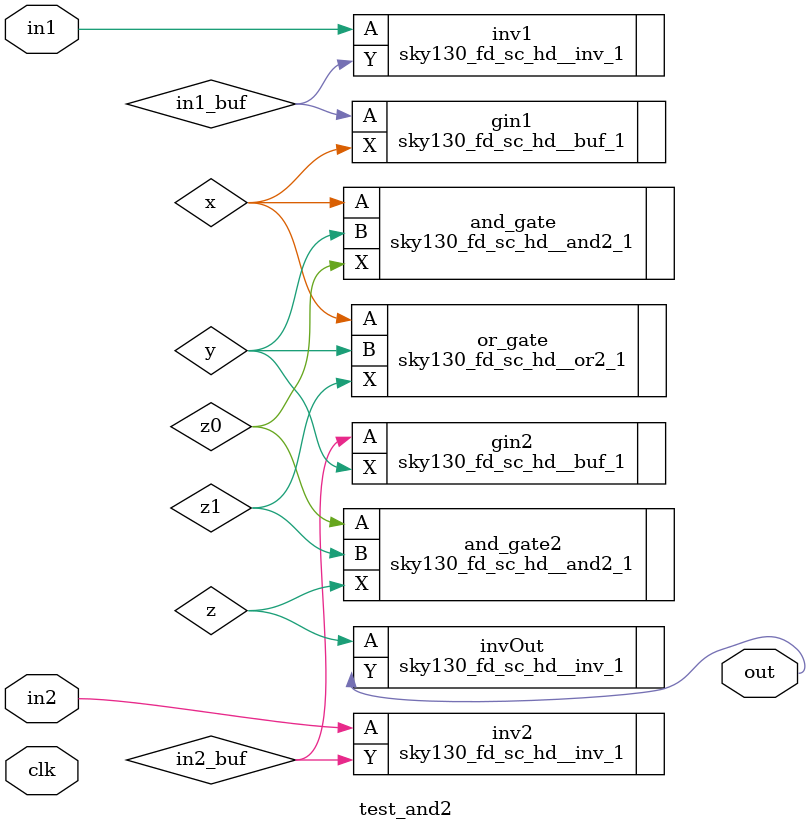
<source format=v>
module test_and2(clk, in1, in2, out);
  input  clk; // Not used but for easier verilator common flow
  input  in1;
  input  in2;
  output out;

  wire  x, y;
  wire  z0, z1;
  wire  z;
  wire  in1_buf;
  wire  in2_buf;

  sky130_fd_sc_hd__inv_1 inv1 (
    .A(in1),
    .Y(in1_buf)
  );

  sky130_fd_sc_hd__inv_1 inv2 (
    .A(in2),
    .Y(in2_buf)
  );

  sky130_fd_sc_hd__buf_1 gin1 (
    .A(in1_buf),
    .X(x)
  );

  sky130_fd_sc_hd__buf_1 gin2 (
    .A(in2_buf),
    .X(y)
  );

  sky130_fd_sc_hd__and2_1 and_gate (
    .A(x),
    .B(y),
    .X(z0)
  );

  sky130_fd_sc_hd__or2_1 or_gate (
    .A(x),
    .B(y),
    .X(z1)
  );

  sky130_fd_sc_hd__and2_1 and_gate2 (
    .A(z0),
    .B(z1),
    .X(z)
  );

  sky130_fd_sc_hd__inv_1 invOut (
    .A(z),
    .Y(out)
  );

endmodule


/*
The Algorithm for this test is as follows

x = not(inp1)
y = not(inp2)
z0 = and(x,y)
z1 = or(x,y)
z = and(z0,z1)
out = not(z)
*/
</source>
